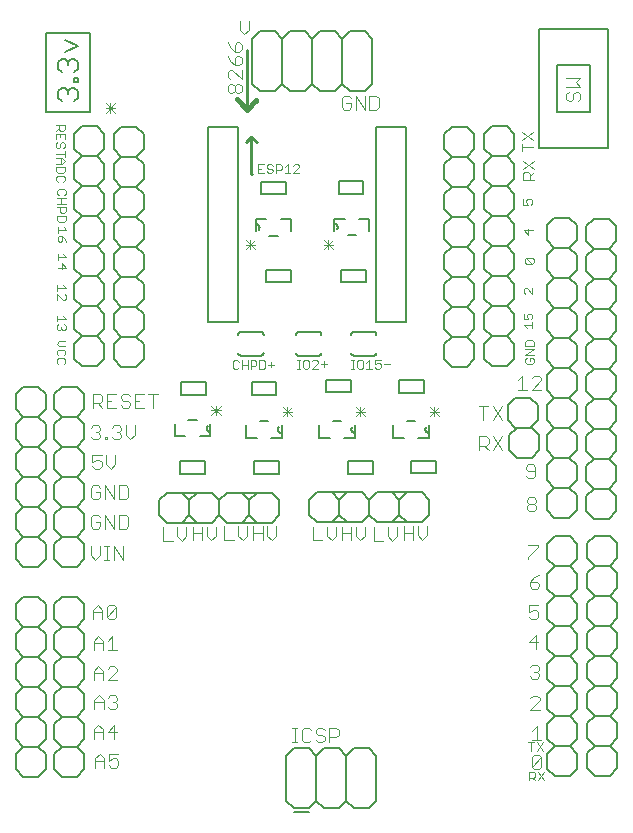
<source format=gto>
G75*
%MOIN*%
%OFA0B0*%
%FSLAX25Y25*%
%IPPOS*%
%LPD*%
%AMOC8*
5,1,8,0,0,1.08239X$1,22.5*
%
%ADD10C,0.00600*%
%ADD11C,0.01000*%
%ADD12C,0.01600*%
%ADD13C,0.00400*%
%ADD14C,0.00300*%
%ADD15C,0.00591*%
%ADD16C,0.00500*%
%ADD17C,0.00800*%
D10*
X0081170Y0026724D02*
X0083670Y0024224D01*
X0088670Y0024224D01*
X0091170Y0026724D01*
X0091170Y0031724D01*
X0088670Y0034224D01*
X0091170Y0036724D01*
X0091170Y0041724D01*
X0088670Y0044224D01*
X0083670Y0044224D01*
X0081170Y0041724D01*
X0081170Y0036724D01*
X0083670Y0034224D01*
X0088670Y0034224D01*
X0093965Y0031724D02*
X0096465Y0034224D01*
X0093965Y0036724D01*
X0093965Y0041724D01*
X0096465Y0044224D01*
X0101465Y0044224D01*
X0103965Y0041724D01*
X0103965Y0036724D01*
X0101465Y0034224D01*
X0103965Y0031724D01*
X0103965Y0026724D01*
X0101465Y0024224D01*
X0096465Y0024224D01*
X0093965Y0026724D01*
X0093965Y0031724D01*
X0096465Y0034224D02*
X0101465Y0034224D01*
X0101465Y0044224D02*
X0103965Y0046724D01*
X0103965Y0051724D01*
X0101465Y0054224D01*
X0103965Y0056724D01*
X0103965Y0061724D01*
X0101465Y0064224D01*
X0103965Y0066724D01*
X0103965Y0071724D01*
X0101465Y0074224D01*
X0103965Y0076724D01*
X0103965Y0081724D01*
X0101465Y0084224D01*
X0096465Y0084224D01*
X0093965Y0081724D01*
X0093965Y0076724D01*
X0096465Y0074224D01*
X0101465Y0074224D01*
X0096465Y0074224D02*
X0093965Y0071724D01*
X0093965Y0066724D01*
X0096465Y0064224D01*
X0101465Y0064224D01*
X0096465Y0064224D02*
X0093965Y0061724D01*
X0093965Y0056724D01*
X0096465Y0054224D01*
X0101465Y0054224D01*
X0096465Y0054224D02*
X0093965Y0051724D01*
X0093965Y0046724D01*
X0096465Y0044224D01*
X0091170Y0046724D02*
X0088670Y0044224D01*
X0091170Y0046724D02*
X0091170Y0051724D01*
X0088670Y0054224D01*
X0091170Y0056724D01*
X0091170Y0061724D01*
X0088670Y0064224D01*
X0091170Y0066724D01*
X0091170Y0071724D01*
X0088670Y0074224D01*
X0091170Y0076724D01*
X0091170Y0081724D01*
X0088670Y0084224D01*
X0083670Y0084224D01*
X0081170Y0081724D01*
X0081170Y0076724D01*
X0083670Y0074224D01*
X0088670Y0074224D01*
X0083670Y0074224D02*
X0081170Y0071724D01*
X0081170Y0066724D01*
X0083670Y0064224D01*
X0088670Y0064224D01*
X0083670Y0064224D02*
X0081170Y0061724D01*
X0081170Y0056724D01*
X0083670Y0054224D01*
X0088670Y0054224D01*
X0083670Y0054224D02*
X0081170Y0051724D01*
X0081170Y0046724D01*
X0083670Y0044224D01*
X0083670Y0034224D02*
X0081170Y0031724D01*
X0081170Y0026724D01*
X0083670Y0094224D02*
X0081170Y0096724D01*
X0081170Y0101724D01*
X0083670Y0104224D01*
X0081170Y0106724D01*
X0081170Y0111724D01*
X0083670Y0114224D01*
X0081170Y0116724D01*
X0081170Y0121724D01*
X0083670Y0124224D01*
X0081170Y0126724D01*
X0081170Y0131724D01*
X0083670Y0134224D01*
X0081170Y0136724D01*
X0081170Y0141724D01*
X0083670Y0144224D01*
X0081170Y0146724D01*
X0081170Y0151724D01*
X0083670Y0154224D01*
X0088670Y0154224D01*
X0091170Y0151724D01*
X0091170Y0146724D01*
X0088670Y0144224D01*
X0091170Y0141724D01*
X0091170Y0136724D01*
X0088670Y0134224D01*
X0083670Y0134224D01*
X0088670Y0134224D02*
X0091170Y0131724D01*
X0091170Y0126724D01*
X0088670Y0124224D01*
X0091170Y0121724D01*
X0091170Y0116724D01*
X0088670Y0114224D01*
X0091170Y0111724D01*
X0091170Y0106724D01*
X0088670Y0104224D01*
X0091170Y0101724D01*
X0091170Y0096724D01*
X0088670Y0094224D01*
X0083670Y0094224D01*
X0093965Y0096724D02*
X0093965Y0101724D01*
X0096465Y0104224D01*
X0093965Y0106724D01*
X0093965Y0111724D01*
X0096465Y0114224D01*
X0093965Y0116724D01*
X0093965Y0121724D01*
X0096465Y0124224D01*
X0093965Y0126724D01*
X0093965Y0131724D01*
X0096465Y0134224D01*
X0093965Y0136724D01*
X0093965Y0141724D01*
X0096465Y0144224D01*
X0093965Y0146724D01*
X0093965Y0151724D01*
X0096465Y0154224D01*
X0101465Y0154224D01*
X0103965Y0151724D01*
X0103965Y0146724D01*
X0101465Y0144224D01*
X0103965Y0141724D01*
X0103965Y0136724D01*
X0101465Y0134224D01*
X0096465Y0134224D01*
X0101465Y0134224D02*
X0103965Y0131724D01*
X0103965Y0126724D01*
X0101465Y0124224D01*
X0103965Y0121724D01*
X0103965Y0116724D01*
X0101465Y0114224D01*
X0103965Y0111724D01*
X0103965Y0106724D01*
X0101465Y0104224D01*
X0103965Y0101724D01*
X0103965Y0096724D01*
X0101465Y0094224D01*
X0096465Y0094224D01*
X0093965Y0096724D01*
X0096465Y0104224D02*
X0101465Y0104224D01*
X0101465Y0114224D02*
X0096465Y0114224D01*
X0088670Y0114224D02*
X0083670Y0114224D01*
X0083670Y0104224D02*
X0088670Y0104224D01*
X0088670Y0124224D02*
X0083670Y0124224D01*
X0096465Y0124224D02*
X0101465Y0124224D01*
X0101465Y0144224D02*
X0096465Y0144224D01*
X0088670Y0144224D02*
X0083670Y0144224D01*
X0100544Y0163567D02*
X0100544Y0168567D01*
X0103044Y0171067D01*
X0100544Y0173567D01*
X0100544Y0178567D01*
X0103044Y0181067D01*
X0100544Y0183567D01*
X0100544Y0188567D01*
X0103044Y0191067D01*
X0100544Y0193567D01*
X0100544Y0198567D01*
X0103044Y0201067D01*
X0100544Y0203567D01*
X0100544Y0208567D01*
X0103044Y0211067D01*
X0100544Y0213567D01*
X0100544Y0218567D01*
X0103044Y0221067D01*
X0100544Y0223567D01*
X0100544Y0228567D01*
X0103044Y0231067D01*
X0100544Y0233567D01*
X0100544Y0238567D01*
X0103044Y0241067D01*
X0108044Y0241067D01*
X0110544Y0238567D01*
X0110544Y0233567D01*
X0108044Y0231067D01*
X0110544Y0228567D01*
X0110544Y0223567D01*
X0108044Y0221067D01*
X0103044Y0221067D01*
X0108044Y0221067D02*
X0110544Y0218567D01*
X0110544Y0213567D01*
X0108044Y0211067D01*
X0110544Y0208567D01*
X0110544Y0203567D01*
X0108044Y0201067D01*
X0110544Y0198567D01*
X0110544Y0193567D01*
X0108044Y0191067D01*
X0103044Y0191067D01*
X0108044Y0191067D02*
X0110544Y0188567D01*
X0110544Y0183567D01*
X0108044Y0181067D01*
X0110544Y0178567D01*
X0110544Y0173567D01*
X0108044Y0171067D01*
X0110544Y0168567D01*
X0110544Y0163567D01*
X0108044Y0161067D01*
X0103044Y0161067D01*
X0100544Y0163567D01*
X0103044Y0171067D02*
X0108044Y0171067D01*
X0113690Y0173457D02*
X0113690Y0178457D01*
X0116190Y0180957D01*
X0113690Y0183457D01*
X0113690Y0188457D01*
X0116190Y0190957D01*
X0113690Y0193457D01*
X0113690Y0198457D01*
X0116190Y0200957D01*
X0113690Y0203457D01*
X0113690Y0208457D01*
X0116190Y0210957D01*
X0113690Y0213457D01*
X0113690Y0218457D01*
X0116190Y0220957D01*
X0113690Y0223457D01*
X0113690Y0228457D01*
X0116190Y0230957D01*
X0113690Y0233457D01*
X0113690Y0238457D01*
X0116190Y0240957D01*
X0121190Y0240957D01*
X0123690Y0238457D01*
X0123690Y0233457D01*
X0121190Y0230957D01*
X0123690Y0228457D01*
X0123690Y0223457D01*
X0121190Y0220957D01*
X0116190Y0220957D01*
X0121190Y0220957D02*
X0123690Y0218457D01*
X0123690Y0213457D01*
X0121190Y0210957D01*
X0123690Y0208457D01*
X0123690Y0203457D01*
X0121190Y0200957D01*
X0123690Y0198457D01*
X0123690Y0193457D01*
X0121190Y0190957D01*
X0116190Y0190957D01*
X0121190Y0190957D02*
X0123690Y0188457D01*
X0123690Y0183457D01*
X0121190Y0180957D01*
X0123690Y0178457D01*
X0123690Y0173457D01*
X0121190Y0170957D01*
X0123690Y0168457D01*
X0123690Y0163457D01*
X0121190Y0160957D01*
X0116190Y0160957D01*
X0113690Y0163457D01*
X0113690Y0168457D01*
X0116190Y0170957D01*
X0113690Y0173457D01*
X0116190Y0170957D02*
X0121190Y0170957D01*
X0121190Y0180957D02*
X0116190Y0180957D01*
X0108044Y0181067D02*
X0103044Y0181067D01*
X0103044Y0201067D02*
X0108044Y0201067D01*
X0116190Y0200957D02*
X0121190Y0200957D01*
X0121190Y0210957D02*
X0116190Y0210957D01*
X0108044Y0211067D02*
X0103044Y0211067D01*
X0103044Y0231067D02*
X0108044Y0231067D01*
X0116190Y0230957D02*
X0121190Y0230957D01*
X0105870Y0245888D02*
X0105870Y0272288D01*
X0091270Y0272288D01*
X0091270Y0245888D01*
X0105870Y0245888D01*
X0101692Y0250637D02*
X0100624Y0249570D01*
X0101692Y0250637D02*
X0101692Y0252772D01*
X0100624Y0253840D01*
X0099557Y0253840D01*
X0098489Y0252772D01*
X0098489Y0251705D01*
X0098489Y0252772D02*
X0097421Y0253840D01*
X0096354Y0253840D01*
X0095286Y0252772D01*
X0095286Y0250637D01*
X0096354Y0249570D01*
X0100624Y0256015D02*
X0100624Y0257083D01*
X0101692Y0257083D01*
X0101692Y0256015D01*
X0100624Y0256015D01*
X0100624Y0259238D02*
X0101692Y0260305D01*
X0101692Y0262441D01*
X0100624Y0263508D01*
X0099557Y0263508D01*
X0098489Y0262441D01*
X0098489Y0261373D01*
X0098489Y0262441D02*
X0097421Y0263508D01*
X0096354Y0263508D01*
X0095286Y0262441D01*
X0095286Y0260305D01*
X0096354Y0259238D01*
X0097421Y0265683D02*
X0101692Y0267819D01*
X0097421Y0269954D01*
X0159928Y0270256D02*
X0159928Y0255256D01*
X0162428Y0252756D01*
X0167428Y0252756D01*
X0169928Y0255256D01*
X0169928Y0270256D01*
X0172428Y0272756D01*
X0177428Y0272756D01*
X0179928Y0270256D01*
X0179928Y0255256D01*
X0182428Y0252756D01*
X0187428Y0252756D01*
X0189928Y0255256D01*
X0192428Y0252756D01*
X0197428Y0252756D01*
X0199928Y0255256D01*
X0199928Y0270256D01*
X0197428Y0272756D01*
X0192428Y0272756D01*
X0189928Y0270256D01*
X0189928Y0255256D01*
X0179928Y0255256D02*
X0177428Y0252756D01*
X0172428Y0252756D01*
X0169928Y0255256D01*
X0169928Y0270256D02*
X0167428Y0272756D01*
X0162428Y0272756D01*
X0159928Y0270256D01*
X0179928Y0270256D02*
X0182428Y0272756D01*
X0187428Y0272756D01*
X0189928Y0270256D01*
X0223926Y0238457D02*
X0223926Y0233457D01*
X0226426Y0230957D01*
X0223926Y0228457D01*
X0223926Y0223457D01*
X0226426Y0220957D01*
X0231426Y0220957D01*
X0233926Y0223457D01*
X0233926Y0228457D01*
X0231426Y0230957D01*
X0226426Y0230957D01*
X0231426Y0230957D02*
X0233926Y0233457D01*
X0233926Y0238457D01*
X0231426Y0240957D01*
X0226426Y0240957D01*
X0223926Y0238457D01*
X0237179Y0238581D02*
X0237179Y0233581D01*
X0239679Y0231081D01*
X0237179Y0228581D01*
X0237179Y0223581D01*
X0239679Y0221081D01*
X0244679Y0221081D01*
X0247179Y0223581D01*
X0247179Y0228581D01*
X0244679Y0231081D01*
X0239679Y0231081D01*
X0244679Y0231081D02*
X0247179Y0233581D01*
X0247179Y0238581D01*
X0244679Y0241081D01*
X0239679Y0241081D01*
X0237179Y0238581D01*
X0239679Y0221081D02*
X0237179Y0218581D01*
X0237179Y0213581D01*
X0239679Y0211081D01*
X0237179Y0208581D01*
X0237179Y0203581D01*
X0239679Y0201081D01*
X0237179Y0198581D01*
X0237179Y0193581D01*
X0239679Y0191081D01*
X0244679Y0191081D01*
X0247179Y0193581D01*
X0247179Y0198581D01*
X0244679Y0201081D01*
X0239679Y0201081D01*
X0244679Y0201081D02*
X0247179Y0203581D01*
X0247179Y0208581D01*
X0244679Y0211081D01*
X0239679Y0211081D01*
X0244679Y0211081D02*
X0247179Y0213581D01*
X0247179Y0218581D01*
X0244679Y0221081D01*
X0233926Y0218457D02*
X0233926Y0213457D01*
X0231426Y0210957D01*
X0233926Y0208457D01*
X0233926Y0203457D01*
X0231426Y0200957D01*
X0233926Y0198457D01*
X0233926Y0193457D01*
X0231426Y0190957D01*
X0226426Y0190957D01*
X0223926Y0193457D01*
X0223926Y0198457D01*
X0226426Y0200957D01*
X0223926Y0203457D01*
X0223926Y0208457D01*
X0226426Y0210957D01*
X0223926Y0213457D01*
X0223926Y0218457D01*
X0226426Y0220957D01*
X0231426Y0220957D02*
X0233926Y0218457D01*
X0231426Y0210957D02*
X0226426Y0210957D01*
X0226426Y0200957D02*
X0231426Y0200957D01*
X0231426Y0190957D02*
X0233926Y0188457D01*
X0233926Y0183457D01*
X0231426Y0180957D01*
X0233926Y0178457D01*
X0233926Y0173457D01*
X0231426Y0170957D01*
X0233926Y0168457D01*
X0233926Y0163457D01*
X0231426Y0160957D01*
X0226426Y0160957D01*
X0223926Y0163457D01*
X0223926Y0168457D01*
X0226426Y0170957D01*
X0223926Y0173457D01*
X0223926Y0178457D01*
X0226426Y0180957D01*
X0223926Y0183457D01*
X0223926Y0188457D01*
X0226426Y0190957D01*
X0226426Y0180957D02*
X0231426Y0180957D01*
X0237179Y0178581D02*
X0237179Y0173581D01*
X0239679Y0171081D01*
X0237179Y0168581D01*
X0237179Y0163581D01*
X0239679Y0161081D01*
X0244679Y0161081D01*
X0247179Y0163581D01*
X0247179Y0168581D01*
X0244679Y0171081D01*
X0239679Y0171081D01*
X0244679Y0171081D02*
X0247179Y0173581D01*
X0247179Y0178581D01*
X0244679Y0181081D01*
X0239679Y0181081D01*
X0237179Y0178581D01*
X0239679Y0181081D02*
X0237179Y0183581D01*
X0237179Y0188581D01*
X0239679Y0191081D01*
X0244679Y0191081D02*
X0247179Y0188581D01*
X0247179Y0183581D01*
X0244679Y0181081D01*
X0258039Y0183148D02*
X0258039Y0188148D01*
X0260539Y0190648D01*
X0258039Y0193148D01*
X0258039Y0198148D01*
X0260539Y0200648D01*
X0258039Y0203148D01*
X0258039Y0208148D01*
X0260539Y0210648D01*
X0265539Y0210648D01*
X0268039Y0208148D01*
X0268039Y0203148D01*
X0265539Y0200648D01*
X0268039Y0198148D01*
X0268039Y0193148D01*
X0265539Y0190648D01*
X0260539Y0190648D01*
X0265539Y0190648D02*
X0268039Y0188148D01*
X0268039Y0183148D01*
X0265539Y0180648D01*
X0268039Y0178148D01*
X0268039Y0173148D01*
X0265539Y0170648D01*
X0268039Y0168148D01*
X0268039Y0163148D01*
X0265539Y0160648D01*
X0260539Y0160648D01*
X0258039Y0163148D01*
X0258039Y0168148D01*
X0260539Y0170648D01*
X0258039Y0173148D01*
X0258039Y0178148D01*
X0260539Y0180648D01*
X0258039Y0183148D01*
X0260539Y0180648D02*
X0265539Y0180648D01*
X0271255Y0182814D02*
X0271255Y0187814D01*
X0273755Y0190314D01*
X0271255Y0192814D01*
X0271255Y0197814D01*
X0273755Y0200314D01*
X0271255Y0202814D01*
X0271255Y0207814D01*
X0273755Y0210314D01*
X0278755Y0210314D01*
X0281255Y0207814D01*
X0281255Y0202814D01*
X0278755Y0200314D01*
X0281255Y0197814D01*
X0281255Y0192814D01*
X0278755Y0190314D01*
X0273755Y0190314D01*
X0278755Y0190314D02*
X0281255Y0187814D01*
X0281255Y0182814D01*
X0278755Y0180314D01*
X0281255Y0177814D01*
X0281255Y0172814D01*
X0278755Y0170314D01*
X0281255Y0167814D01*
X0281255Y0162814D01*
X0278755Y0160314D01*
X0273755Y0160314D01*
X0271255Y0162814D01*
X0271255Y0167814D01*
X0273755Y0170314D01*
X0271255Y0172814D01*
X0271255Y0177814D01*
X0273755Y0180314D01*
X0271255Y0182814D01*
X0273755Y0180314D02*
X0278755Y0180314D01*
X0278755Y0170314D02*
X0273755Y0170314D01*
X0265539Y0170648D02*
X0260539Y0170648D01*
X0260539Y0160648D02*
X0258039Y0158148D01*
X0258039Y0153148D01*
X0260539Y0150648D01*
X0258039Y0148148D01*
X0258039Y0143148D01*
X0260539Y0140648D01*
X0258039Y0138148D01*
X0258039Y0133148D01*
X0260539Y0130648D01*
X0265539Y0130648D01*
X0268039Y0133148D01*
X0268039Y0138148D01*
X0265539Y0140648D01*
X0260539Y0140648D01*
X0265539Y0140648D02*
X0268039Y0143148D01*
X0268039Y0148148D01*
X0265539Y0150648D01*
X0260539Y0150648D01*
X0265539Y0150648D02*
X0268039Y0153148D01*
X0268039Y0158148D01*
X0265539Y0160648D01*
X0271255Y0157814D02*
X0273755Y0160314D01*
X0271255Y0157814D02*
X0271255Y0152814D01*
X0273755Y0150314D01*
X0271255Y0147814D01*
X0271255Y0142814D01*
X0273755Y0140314D01*
X0271255Y0137814D01*
X0271255Y0132814D01*
X0273755Y0130314D01*
X0278755Y0130314D01*
X0281255Y0132814D01*
X0281255Y0137814D01*
X0278755Y0140314D01*
X0273755Y0140314D01*
X0278755Y0140314D02*
X0281255Y0142814D01*
X0281255Y0147814D01*
X0278755Y0150314D01*
X0273755Y0150314D01*
X0278755Y0150314D02*
X0281255Y0152814D01*
X0281255Y0157814D01*
X0278755Y0160314D01*
X0255151Y0148147D02*
X0255151Y0143147D01*
X0252651Y0140647D01*
X0247651Y0140647D01*
X0245151Y0143147D01*
X0245151Y0148147D01*
X0247651Y0150647D01*
X0252651Y0150647D01*
X0255151Y0148147D01*
X0253022Y0140544D02*
X0248022Y0140544D01*
X0245522Y0138044D01*
X0245522Y0133044D01*
X0248022Y0130544D01*
X0253022Y0130544D01*
X0255522Y0133044D01*
X0255522Y0138044D01*
X0253022Y0140544D01*
X0260539Y0130648D02*
X0258039Y0128148D01*
X0258039Y0123148D01*
X0260539Y0120648D01*
X0258039Y0118148D01*
X0258039Y0113148D01*
X0260539Y0110648D01*
X0265539Y0110648D01*
X0268039Y0113148D01*
X0268039Y0118148D01*
X0265539Y0120648D01*
X0260539Y0120648D01*
X0265539Y0120648D02*
X0268039Y0123148D01*
X0268039Y0128148D01*
X0265539Y0130648D01*
X0271255Y0127814D02*
X0273755Y0130314D01*
X0271255Y0127814D02*
X0271255Y0122814D01*
X0273755Y0120314D01*
X0271255Y0117814D01*
X0271255Y0112814D01*
X0273755Y0110314D01*
X0278755Y0110314D01*
X0281255Y0112814D01*
X0281255Y0117814D01*
X0278755Y0120314D01*
X0273755Y0120314D01*
X0278755Y0120314D02*
X0281255Y0122814D01*
X0281255Y0127814D01*
X0278755Y0130314D01*
X0279089Y0104566D02*
X0274089Y0104566D01*
X0271589Y0102066D01*
X0271589Y0097066D01*
X0274089Y0094566D01*
X0271589Y0092066D01*
X0271589Y0087066D01*
X0274089Y0084566D01*
X0279089Y0084566D01*
X0281589Y0087066D01*
X0281589Y0092066D01*
X0279089Y0094566D01*
X0274089Y0094566D01*
X0279089Y0094566D02*
X0281589Y0097066D01*
X0281589Y0102066D01*
X0279089Y0104566D01*
X0268206Y0101899D02*
X0268206Y0096899D01*
X0265706Y0094399D01*
X0268206Y0091899D01*
X0268206Y0086899D01*
X0265706Y0084399D01*
X0260706Y0084399D01*
X0258206Y0086899D01*
X0258206Y0091899D01*
X0260706Y0094399D01*
X0258206Y0096899D01*
X0258206Y0101899D01*
X0260706Y0104399D01*
X0265706Y0104399D01*
X0268206Y0101899D01*
X0265706Y0094399D02*
X0260706Y0094399D01*
X0260706Y0084399D02*
X0258206Y0081899D01*
X0258206Y0076899D01*
X0260706Y0074399D01*
X0258206Y0071899D01*
X0258206Y0066899D01*
X0260706Y0064399D01*
X0258206Y0061899D01*
X0258206Y0056899D01*
X0260706Y0054399D01*
X0265706Y0054399D01*
X0268206Y0056899D01*
X0268206Y0061899D01*
X0265706Y0064399D01*
X0260706Y0064399D01*
X0265706Y0064399D02*
X0268206Y0066899D01*
X0268206Y0071899D01*
X0265706Y0074399D01*
X0260706Y0074399D01*
X0265706Y0074399D02*
X0268206Y0076899D01*
X0268206Y0081899D01*
X0265706Y0084399D01*
X0271589Y0082066D02*
X0274089Y0084566D01*
X0271589Y0082066D02*
X0271589Y0077066D01*
X0274089Y0074566D01*
X0271589Y0072066D01*
X0271589Y0067066D01*
X0274089Y0064566D01*
X0271589Y0062066D01*
X0271589Y0057066D01*
X0274089Y0054566D01*
X0279089Y0054566D01*
X0281589Y0057066D01*
X0281589Y0062066D01*
X0279089Y0064566D01*
X0274089Y0064566D01*
X0279089Y0064566D02*
X0281589Y0067066D01*
X0281589Y0072066D01*
X0279089Y0074566D01*
X0274089Y0074566D01*
X0279089Y0074566D02*
X0281589Y0077066D01*
X0281589Y0082066D01*
X0279089Y0084566D01*
X0279089Y0054566D02*
X0281589Y0052066D01*
X0281589Y0047066D01*
X0279089Y0044566D01*
X0281589Y0042066D01*
X0281589Y0037066D01*
X0279089Y0034566D01*
X0281589Y0032066D01*
X0281589Y0027066D01*
X0279089Y0024566D01*
X0274089Y0024566D01*
X0271589Y0027066D01*
X0271589Y0032066D01*
X0274089Y0034566D01*
X0271589Y0037066D01*
X0271589Y0042066D01*
X0274089Y0044566D01*
X0271589Y0047066D01*
X0271589Y0052066D01*
X0274089Y0054566D01*
X0268206Y0051899D02*
X0268206Y0046899D01*
X0265706Y0044399D01*
X0268206Y0041899D01*
X0268206Y0036899D01*
X0265706Y0034399D01*
X0268206Y0031899D01*
X0268206Y0026899D01*
X0265706Y0024399D01*
X0260706Y0024399D01*
X0258206Y0026899D01*
X0258206Y0031899D01*
X0260706Y0034399D01*
X0258206Y0036899D01*
X0258206Y0041899D01*
X0260706Y0044399D01*
X0258206Y0046899D01*
X0258206Y0051899D01*
X0260706Y0054399D01*
X0265706Y0054399D02*
X0268206Y0051899D01*
X0265706Y0044399D02*
X0260706Y0044399D01*
X0260706Y0034399D02*
X0265706Y0034399D01*
X0274089Y0034566D02*
X0279089Y0034566D01*
X0279089Y0044566D02*
X0274089Y0044566D01*
X0216426Y0109161D02*
X0211426Y0109161D01*
X0208926Y0111661D01*
X0208926Y0116661D01*
X0211426Y0119161D01*
X0216426Y0119161D01*
X0218926Y0116661D01*
X0218926Y0111661D01*
X0216426Y0109161D01*
X0208926Y0111644D02*
X0208926Y0116644D01*
X0206426Y0119144D01*
X0201426Y0119144D01*
X0198926Y0116644D01*
X0198926Y0111644D01*
X0201426Y0109144D01*
X0206426Y0109144D01*
X0208926Y0111644D01*
X0198926Y0111651D02*
X0196426Y0109151D01*
X0191426Y0109151D01*
X0188926Y0111651D01*
X0188926Y0116651D01*
X0191426Y0119151D01*
X0196426Y0119151D01*
X0198926Y0116651D01*
X0198926Y0111651D01*
X0188926Y0111653D02*
X0186426Y0109153D01*
X0181426Y0109153D01*
X0178926Y0111653D01*
X0178926Y0116653D01*
X0181426Y0119153D01*
X0186426Y0119153D01*
X0188926Y0116653D01*
X0188926Y0111653D01*
X0168926Y0111449D02*
X0166426Y0108949D01*
X0161426Y0108949D01*
X0158926Y0111449D01*
X0156426Y0108949D01*
X0151426Y0108949D01*
X0148926Y0111449D01*
X0148926Y0116449D01*
X0151426Y0118949D01*
X0156426Y0118949D01*
X0158926Y0116449D01*
X0158926Y0111449D01*
X0158926Y0116449D01*
X0161426Y0118949D01*
X0166426Y0118949D01*
X0168926Y0116449D01*
X0168926Y0111449D01*
X0148926Y0111449D02*
X0146426Y0108949D01*
X0141426Y0108949D01*
X0138926Y0111449D01*
X0136426Y0108949D01*
X0131426Y0108949D01*
X0128926Y0111449D01*
X0128926Y0116449D01*
X0131426Y0118949D01*
X0136426Y0118949D01*
X0138926Y0116449D01*
X0138926Y0111449D01*
X0138926Y0116449D01*
X0141426Y0118949D01*
X0146426Y0118949D01*
X0148926Y0116449D01*
X0148926Y0111449D01*
X0145935Y0137708D02*
X0142435Y0137708D01*
X0145935Y0137708D02*
X0145935Y0139308D01*
X0145935Y0141908D01*
X0145035Y0141308D02*
X0144993Y0141255D01*
X0144954Y0141199D01*
X0144918Y0141141D01*
X0144886Y0141081D01*
X0144857Y0141020D01*
X0144831Y0140957D01*
X0144809Y0140892D01*
X0144790Y0140827D01*
X0144775Y0140760D01*
X0144764Y0140693D01*
X0144757Y0140625D01*
X0144753Y0140557D01*
X0144754Y0140489D01*
X0144758Y0140421D01*
X0144766Y0140353D01*
X0144777Y0140286D01*
X0144793Y0140220D01*
X0144812Y0140154D01*
X0144834Y0140090D01*
X0144860Y0140027D01*
X0144890Y0139966D01*
X0144923Y0139906D01*
X0144960Y0139849D01*
X0144999Y0139793D01*
X0145042Y0139740D01*
X0145087Y0139689D01*
X0145135Y0139641D01*
X0145186Y0139596D01*
X0145239Y0139553D01*
X0145295Y0139514D01*
X0145352Y0139478D01*
X0145412Y0139445D01*
X0145473Y0139415D01*
X0145536Y0139389D01*
X0145601Y0139366D01*
X0145666Y0139347D01*
X0145732Y0139332D01*
X0145800Y0139320D01*
X0145867Y0139313D01*
X0145935Y0139309D01*
X0141435Y0143308D02*
X0138635Y0143308D01*
X0134135Y0141908D02*
X0134135Y0137708D01*
X0137635Y0137708D01*
X0157916Y0137313D02*
X0161416Y0137313D01*
X0157916Y0137313D02*
X0157916Y0141513D01*
X0162416Y0142913D02*
X0165216Y0142913D01*
X0169716Y0141513D02*
X0169716Y0138913D01*
X0169716Y0137313D01*
X0166216Y0137313D01*
X0169716Y0138913D02*
X0169648Y0138917D01*
X0169581Y0138924D01*
X0169513Y0138936D01*
X0169447Y0138951D01*
X0169382Y0138970D01*
X0169317Y0138993D01*
X0169254Y0139019D01*
X0169193Y0139049D01*
X0169133Y0139082D01*
X0169076Y0139118D01*
X0169020Y0139157D01*
X0168967Y0139200D01*
X0168916Y0139245D01*
X0168868Y0139293D01*
X0168823Y0139344D01*
X0168780Y0139397D01*
X0168741Y0139453D01*
X0168704Y0139510D01*
X0168671Y0139570D01*
X0168641Y0139631D01*
X0168615Y0139694D01*
X0168593Y0139758D01*
X0168574Y0139824D01*
X0168558Y0139890D01*
X0168547Y0139957D01*
X0168539Y0140025D01*
X0168535Y0140093D01*
X0168534Y0140161D01*
X0168538Y0140229D01*
X0168545Y0140297D01*
X0168556Y0140364D01*
X0168571Y0140431D01*
X0168590Y0140496D01*
X0168612Y0140561D01*
X0168638Y0140624D01*
X0168667Y0140685D01*
X0168699Y0140745D01*
X0168735Y0140803D01*
X0168774Y0140859D01*
X0168816Y0140912D01*
X0182293Y0141513D02*
X0182293Y0137313D01*
X0185793Y0137313D01*
X0190593Y0137313D02*
X0194093Y0137313D01*
X0194093Y0138913D01*
X0194093Y0141513D01*
X0193193Y0140913D02*
X0193151Y0140860D01*
X0193112Y0140804D01*
X0193076Y0140746D01*
X0193044Y0140686D01*
X0193015Y0140625D01*
X0192989Y0140562D01*
X0192967Y0140497D01*
X0192948Y0140432D01*
X0192933Y0140365D01*
X0192922Y0140298D01*
X0192915Y0140230D01*
X0192911Y0140162D01*
X0192912Y0140094D01*
X0192916Y0140026D01*
X0192924Y0139958D01*
X0192935Y0139891D01*
X0192951Y0139825D01*
X0192970Y0139759D01*
X0192992Y0139695D01*
X0193018Y0139632D01*
X0193048Y0139571D01*
X0193081Y0139511D01*
X0193118Y0139454D01*
X0193157Y0139398D01*
X0193200Y0139345D01*
X0193245Y0139294D01*
X0193293Y0139246D01*
X0193344Y0139201D01*
X0193397Y0139158D01*
X0193453Y0139119D01*
X0193510Y0139083D01*
X0193570Y0139050D01*
X0193631Y0139020D01*
X0193694Y0138994D01*
X0193759Y0138971D01*
X0193824Y0138952D01*
X0193890Y0138937D01*
X0193958Y0138925D01*
X0194025Y0138918D01*
X0194093Y0138914D01*
X0189593Y0142913D02*
X0186793Y0142913D01*
X0206956Y0141514D02*
X0206956Y0137314D01*
X0210456Y0137314D01*
X0211456Y0142914D02*
X0214256Y0142914D01*
X0215256Y0137314D02*
X0218756Y0137314D01*
X0218756Y0138914D01*
X0218756Y0141514D01*
X0217856Y0140913D02*
X0217814Y0140860D01*
X0217775Y0140804D01*
X0217739Y0140746D01*
X0217707Y0140686D01*
X0217678Y0140625D01*
X0217652Y0140562D01*
X0217630Y0140497D01*
X0217611Y0140432D01*
X0217596Y0140365D01*
X0217585Y0140298D01*
X0217578Y0140230D01*
X0217574Y0140162D01*
X0217575Y0140094D01*
X0217579Y0140026D01*
X0217587Y0139958D01*
X0217598Y0139891D01*
X0217614Y0139825D01*
X0217633Y0139759D01*
X0217655Y0139695D01*
X0217681Y0139632D01*
X0217711Y0139571D01*
X0217744Y0139511D01*
X0217781Y0139454D01*
X0217820Y0139398D01*
X0217863Y0139345D01*
X0217908Y0139294D01*
X0217956Y0139246D01*
X0218007Y0139201D01*
X0218060Y0139158D01*
X0218116Y0139119D01*
X0218173Y0139083D01*
X0218233Y0139050D01*
X0218294Y0139020D01*
X0218357Y0138994D01*
X0218422Y0138971D01*
X0218487Y0138952D01*
X0218553Y0138937D01*
X0218621Y0138925D01*
X0218688Y0138918D01*
X0218756Y0138914D01*
X0226426Y0170957D02*
X0231426Y0170957D01*
X0260539Y0200648D02*
X0265539Y0200648D01*
X0273755Y0200314D02*
X0278755Y0200314D01*
X0198993Y0206116D02*
X0198993Y0210316D01*
X0195493Y0210316D01*
X0190693Y0210316D02*
X0187193Y0210316D01*
X0187193Y0208716D01*
X0187193Y0206116D01*
X0188094Y0206716D02*
X0188136Y0206769D01*
X0188175Y0206825D01*
X0188211Y0206883D01*
X0188243Y0206943D01*
X0188272Y0207004D01*
X0188298Y0207067D01*
X0188320Y0207132D01*
X0188339Y0207197D01*
X0188354Y0207264D01*
X0188365Y0207331D01*
X0188372Y0207399D01*
X0188376Y0207467D01*
X0188375Y0207535D01*
X0188371Y0207603D01*
X0188363Y0207671D01*
X0188352Y0207738D01*
X0188336Y0207804D01*
X0188317Y0207870D01*
X0188295Y0207934D01*
X0188269Y0207997D01*
X0188239Y0208058D01*
X0188206Y0208118D01*
X0188169Y0208175D01*
X0188130Y0208231D01*
X0188087Y0208284D01*
X0188042Y0208335D01*
X0187994Y0208383D01*
X0187943Y0208428D01*
X0187890Y0208471D01*
X0187834Y0208510D01*
X0187777Y0208546D01*
X0187717Y0208579D01*
X0187656Y0208609D01*
X0187593Y0208635D01*
X0187528Y0208658D01*
X0187463Y0208677D01*
X0187397Y0208692D01*
X0187329Y0208704D01*
X0187262Y0208711D01*
X0187194Y0208715D01*
X0191693Y0204716D02*
X0194493Y0204716D01*
X0172965Y0206079D02*
X0172965Y0210279D01*
X0169465Y0210279D01*
X0164665Y0210279D02*
X0161165Y0210279D01*
X0161165Y0208679D01*
X0161165Y0206079D01*
X0162066Y0206679D02*
X0162108Y0206732D01*
X0162147Y0206788D01*
X0162183Y0206846D01*
X0162215Y0206906D01*
X0162244Y0206967D01*
X0162270Y0207030D01*
X0162292Y0207095D01*
X0162311Y0207160D01*
X0162326Y0207227D01*
X0162337Y0207294D01*
X0162344Y0207362D01*
X0162348Y0207430D01*
X0162347Y0207498D01*
X0162343Y0207566D01*
X0162335Y0207634D01*
X0162324Y0207701D01*
X0162308Y0207767D01*
X0162289Y0207833D01*
X0162267Y0207897D01*
X0162241Y0207960D01*
X0162211Y0208021D01*
X0162178Y0208081D01*
X0162141Y0208138D01*
X0162102Y0208194D01*
X0162059Y0208247D01*
X0162014Y0208298D01*
X0161966Y0208346D01*
X0161915Y0208391D01*
X0161862Y0208434D01*
X0161806Y0208473D01*
X0161749Y0208509D01*
X0161689Y0208542D01*
X0161628Y0208572D01*
X0161565Y0208598D01*
X0161500Y0208621D01*
X0161435Y0208640D01*
X0161369Y0208655D01*
X0161301Y0208667D01*
X0161234Y0208674D01*
X0161166Y0208678D01*
X0165665Y0204679D02*
X0168465Y0204679D01*
D11*
X0159781Y0225144D02*
X0159665Y0225144D01*
X0159665Y0237482D01*
X0159431Y0237482D01*
X0157685Y0235736D01*
X0157686Y0235736D01*
X0159549Y0237599D01*
X0159666Y0237599D01*
X0161528Y0235736D01*
X0158148Y0246689D02*
X0158148Y0266661D01*
D12*
X0154678Y0250103D02*
X0158136Y0246644D01*
X0158177Y0246644D01*
X0161310Y0249777D01*
X0161310Y0249737D01*
X0161147Y0249574D01*
X0158148Y0246689D02*
X0158091Y0246689D01*
X0154677Y0250103D01*
X0154678Y0250103D01*
D13*
X0154848Y0252185D02*
X0154081Y0252952D01*
X0154081Y0254487D01*
X0154848Y0255254D01*
X0155616Y0255254D01*
X0156383Y0254487D01*
X0156383Y0252952D01*
X0155616Y0252185D01*
X0154848Y0252185D01*
X0154081Y0252952D02*
X0153314Y0252185D01*
X0152546Y0252185D01*
X0151779Y0252952D01*
X0151779Y0254487D01*
X0152546Y0255254D01*
X0153314Y0255254D01*
X0154081Y0254487D01*
X0152546Y0256789D02*
X0151779Y0257556D01*
X0151779Y0259091D01*
X0152546Y0259858D01*
X0153314Y0259858D01*
X0156383Y0256789D01*
X0156383Y0259858D01*
X0155616Y0261393D02*
X0156383Y0262160D01*
X0156383Y0263695D01*
X0155616Y0264462D01*
X0154848Y0264462D01*
X0154081Y0263695D01*
X0154081Y0261393D01*
X0155616Y0261393D01*
X0154081Y0261393D02*
X0152546Y0262928D01*
X0151779Y0264462D01*
X0154081Y0265997D02*
X0152546Y0267532D01*
X0151779Y0269066D01*
X0154081Y0268299D02*
X0154081Y0265997D01*
X0155616Y0265997D01*
X0156383Y0266764D01*
X0156383Y0268299D01*
X0155616Y0269066D01*
X0154848Y0269066D01*
X0154081Y0268299D01*
X0157296Y0271734D02*
X0155761Y0273269D01*
X0155761Y0276338D01*
X0158831Y0276338D02*
X0158831Y0273269D01*
X0157296Y0271734D01*
X0189765Y0250478D02*
X0189765Y0247409D01*
X0190533Y0246641D01*
X0192067Y0246641D01*
X0192835Y0247409D01*
X0192835Y0248943D01*
X0191300Y0248943D01*
X0192835Y0250478D02*
X0192067Y0251245D01*
X0190533Y0251245D01*
X0189765Y0250478D01*
X0194369Y0251245D02*
X0194369Y0246641D01*
X0197438Y0246641D02*
X0194369Y0251245D01*
X0197438Y0251245D02*
X0197438Y0246641D01*
X0198973Y0246641D02*
X0201275Y0246641D01*
X0202042Y0247409D01*
X0202042Y0250478D01*
X0201275Y0251245D01*
X0198973Y0251245D01*
X0198973Y0246641D01*
X0264673Y0250342D02*
X0265441Y0249575D01*
X0266208Y0249575D01*
X0266975Y0250342D01*
X0266975Y0251877D01*
X0267743Y0252644D01*
X0268510Y0252644D01*
X0269277Y0251877D01*
X0269277Y0250342D01*
X0268510Y0249575D01*
X0265441Y0252644D02*
X0264673Y0251877D01*
X0264673Y0250342D01*
X0264673Y0254179D02*
X0269277Y0254179D01*
X0267743Y0255714D01*
X0269277Y0257248D01*
X0264673Y0257248D01*
X0255372Y0157899D02*
X0253837Y0157899D01*
X0253070Y0157132D01*
X0255372Y0157899D02*
X0256139Y0157132D01*
X0256139Y0156365D01*
X0253070Y0153295D01*
X0256139Y0153295D01*
X0251535Y0153295D02*
X0248466Y0153295D01*
X0250001Y0153295D02*
X0250001Y0157899D01*
X0248466Y0156365D01*
X0243125Y0147727D02*
X0240055Y0143123D01*
X0236986Y0143123D02*
X0236986Y0147727D01*
X0235451Y0147727D02*
X0238521Y0147727D01*
X0240055Y0147727D02*
X0243125Y0143123D01*
X0243304Y0137696D02*
X0240235Y0133092D01*
X0238700Y0133092D02*
X0237166Y0134627D01*
X0237933Y0134627D02*
X0235631Y0134627D01*
X0235631Y0133092D02*
X0235631Y0137696D01*
X0237933Y0137696D01*
X0238700Y0136929D01*
X0238700Y0135394D01*
X0237933Y0134627D01*
X0240235Y0137696D02*
X0243304Y0133092D01*
X0251103Y0127659D02*
X0251103Y0126892D01*
X0251870Y0126125D01*
X0254172Y0126125D01*
X0254172Y0127659D02*
X0253405Y0128426D01*
X0251870Y0128426D01*
X0251103Y0127659D01*
X0254172Y0127659D02*
X0254172Y0124590D01*
X0253405Y0123823D01*
X0251870Y0123823D01*
X0251103Y0124590D01*
X0252336Y0117448D02*
X0253870Y0117448D01*
X0254638Y0116681D01*
X0254638Y0115914D01*
X0253870Y0115146D01*
X0252336Y0115146D01*
X0251568Y0115914D01*
X0251568Y0116681D01*
X0252336Y0117448D01*
X0252336Y0115146D02*
X0251568Y0114379D01*
X0251568Y0113612D01*
X0252336Y0112844D01*
X0253870Y0112844D01*
X0254638Y0113612D01*
X0254638Y0114379D01*
X0253870Y0115146D01*
X0255075Y0101472D02*
X0252006Y0101472D01*
X0255075Y0101472D02*
X0255075Y0100705D01*
X0252006Y0097635D01*
X0252006Y0096868D01*
X0255496Y0091593D02*
X0253961Y0090825D01*
X0252427Y0089291D01*
X0254729Y0089291D01*
X0255496Y0088523D01*
X0255496Y0087756D01*
X0254729Y0086989D01*
X0253194Y0086989D01*
X0252427Y0087756D01*
X0252427Y0089291D01*
X0252216Y0081503D02*
X0252216Y0079201D01*
X0253751Y0079968D01*
X0254518Y0079968D01*
X0255286Y0079201D01*
X0255286Y0077666D01*
X0254518Y0076899D01*
X0252984Y0076899D01*
X0252216Y0077666D01*
X0252216Y0081503D02*
X0255286Y0081503D01*
X0254518Y0071413D02*
X0252216Y0069111D01*
X0255286Y0069111D01*
X0254518Y0066809D02*
X0254518Y0071413D01*
X0254729Y0061534D02*
X0255496Y0060766D01*
X0255496Y0059999D01*
X0254729Y0059232D01*
X0255496Y0058464D01*
X0255496Y0057697D01*
X0254729Y0056930D01*
X0253194Y0056930D01*
X0252427Y0057697D01*
X0253961Y0059232D02*
X0254729Y0059232D01*
X0254729Y0061534D02*
X0253194Y0061534D01*
X0252427Y0060766D01*
X0253404Y0051234D02*
X0252637Y0050467D01*
X0253404Y0051234D02*
X0254939Y0051234D01*
X0255706Y0050467D01*
X0255706Y0049699D01*
X0252637Y0046630D01*
X0255706Y0046630D01*
X0254803Y0041144D02*
X0254803Y0036540D01*
X0256337Y0036540D02*
X0253268Y0036540D01*
X0253268Y0039610D02*
X0254803Y0041144D01*
X0255360Y0031475D02*
X0256127Y0030708D01*
X0253058Y0027638D01*
X0253825Y0026871D01*
X0255360Y0026871D01*
X0256127Y0027638D01*
X0256127Y0030708D01*
X0255360Y0031475D02*
X0253825Y0031475D01*
X0253058Y0030708D01*
X0253058Y0027638D01*
X0188684Y0038212D02*
X0187917Y0037444D01*
X0185615Y0037444D01*
X0185615Y0035910D02*
X0185615Y0040514D01*
X0187917Y0040514D01*
X0188684Y0039746D01*
X0188684Y0038212D01*
X0184080Y0037444D02*
X0184080Y0036677D01*
X0183313Y0035910D01*
X0181778Y0035910D01*
X0181011Y0036677D01*
X0179476Y0036677D02*
X0178709Y0035910D01*
X0177174Y0035910D01*
X0176407Y0036677D01*
X0176407Y0039746D01*
X0177174Y0040514D01*
X0178709Y0040514D01*
X0179476Y0039746D01*
X0181011Y0039746D02*
X0181778Y0040514D01*
X0183313Y0040514D01*
X0184080Y0039746D01*
X0183313Y0038212D02*
X0184080Y0037444D01*
X0183313Y0038212D02*
X0181778Y0038212D01*
X0181011Y0038979D01*
X0181011Y0039746D01*
X0174872Y0040514D02*
X0173338Y0040514D01*
X0174105Y0040514D02*
X0174105Y0035910D01*
X0173338Y0035910D02*
X0174872Y0035910D01*
X0115174Y0031895D02*
X0112105Y0031895D01*
X0112105Y0029593D01*
X0113639Y0030361D01*
X0114406Y0030361D01*
X0115174Y0029593D01*
X0115174Y0028059D01*
X0114406Y0027291D01*
X0112872Y0027291D01*
X0112105Y0028059D01*
X0110570Y0027291D02*
X0110570Y0030361D01*
X0109035Y0031895D01*
X0107501Y0030361D01*
X0107501Y0027291D01*
X0107501Y0029593D02*
X0110570Y0029593D01*
X0110149Y0036961D02*
X0110149Y0040030D01*
X0108615Y0041565D01*
X0107080Y0040030D01*
X0107080Y0036961D01*
X0107080Y0039263D02*
X0110149Y0039263D01*
X0111684Y0039263D02*
X0114753Y0039263D01*
X0113986Y0036961D02*
X0113986Y0041565D01*
X0111684Y0039263D01*
X0112661Y0046840D02*
X0111894Y0047607D01*
X0112661Y0046840D02*
X0114196Y0046840D01*
X0114963Y0047607D01*
X0114963Y0048375D01*
X0114196Y0049142D01*
X0113429Y0049142D01*
X0114196Y0049142D02*
X0114963Y0049909D01*
X0114963Y0050677D01*
X0114196Y0051444D01*
X0112661Y0051444D01*
X0111894Y0050677D01*
X0110360Y0049909D02*
X0110360Y0046840D01*
X0110360Y0049142D02*
X0107290Y0049142D01*
X0107290Y0049909D02*
X0108825Y0051444D01*
X0110360Y0049909D01*
X0107290Y0049909D02*
X0107290Y0046840D01*
X0107080Y0056509D02*
X0107080Y0059579D01*
X0108615Y0061113D01*
X0110149Y0059579D01*
X0110149Y0056509D01*
X0111684Y0056509D02*
X0114753Y0059579D01*
X0114753Y0060346D01*
X0113986Y0061113D01*
X0112451Y0061113D01*
X0111684Y0060346D01*
X0110149Y0058811D02*
X0107080Y0058811D01*
X0111684Y0056509D02*
X0114753Y0056509D01*
X0114753Y0066599D02*
X0111684Y0066599D01*
X0113218Y0066599D02*
X0113218Y0071203D01*
X0111684Y0069668D01*
X0110149Y0069668D02*
X0110149Y0066599D01*
X0110149Y0068901D02*
X0107080Y0068901D01*
X0107080Y0069668D02*
X0108615Y0071203D01*
X0110149Y0069668D01*
X0107080Y0069668D02*
X0107080Y0066599D01*
X0106870Y0076899D02*
X0106870Y0079968D01*
X0108404Y0081503D01*
X0109939Y0079968D01*
X0109939Y0076899D01*
X0111473Y0077666D02*
X0114543Y0080736D01*
X0114543Y0077666D01*
X0113775Y0076899D01*
X0112241Y0076899D01*
X0111473Y0077666D01*
X0111473Y0080736D01*
X0112241Y0081503D01*
X0113775Y0081503D01*
X0114543Y0080736D01*
X0109939Y0079201D02*
X0106870Y0079201D01*
X0107563Y0096658D02*
X0109097Y0098193D01*
X0109097Y0101262D01*
X0110632Y0101262D02*
X0112167Y0101262D01*
X0111399Y0101262D02*
X0111399Y0096658D01*
X0110632Y0096658D02*
X0112167Y0096658D01*
X0113701Y0096658D02*
X0113701Y0101262D01*
X0116771Y0096658D01*
X0116771Y0101262D01*
X0117748Y0106958D02*
X0115446Y0106958D01*
X0115446Y0111562D01*
X0117748Y0111562D01*
X0118516Y0110794D01*
X0118516Y0107725D01*
X0117748Y0106958D01*
X0113912Y0106958D02*
X0113912Y0111562D01*
X0110842Y0111562D02*
X0113912Y0106958D01*
X0110842Y0106958D02*
X0110842Y0111562D01*
X0109308Y0110794D02*
X0108540Y0111562D01*
X0107006Y0111562D01*
X0106239Y0110794D01*
X0106239Y0107725D01*
X0107006Y0106958D01*
X0108540Y0106958D01*
X0109308Y0107725D01*
X0109308Y0109260D01*
X0107773Y0109260D01*
X0107006Y0116837D02*
X0108540Y0116837D01*
X0109308Y0117605D01*
X0109308Y0119139D01*
X0107773Y0119139D01*
X0106239Y0117605D02*
X0107006Y0116837D01*
X0106239Y0117605D02*
X0106239Y0120674D01*
X0107006Y0121441D01*
X0108540Y0121441D01*
X0109308Y0120674D01*
X0110842Y0121441D02*
X0113912Y0116837D01*
X0113912Y0121441D01*
X0115446Y0121441D02*
X0117748Y0121441D01*
X0118516Y0120674D01*
X0118516Y0117605D01*
X0117748Y0116837D01*
X0115446Y0116837D01*
X0115446Y0121441D01*
X0110842Y0121441D02*
X0110842Y0116837D01*
X0108961Y0126927D02*
X0107427Y0126927D01*
X0106659Y0127694D01*
X0106659Y0129229D02*
X0108194Y0129996D01*
X0108961Y0129996D01*
X0109728Y0129229D01*
X0109728Y0127694D01*
X0108961Y0126927D01*
X0111263Y0128462D02*
X0112798Y0126927D01*
X0114332Y0128462D01*
X0114332Y0131531D01*
X0111263Y0131531D02*
X0111263Y0128462D01*
X0106659Y0129229D02*
X0106659Y0131531D01*
X0109728Y0131531D01*
X0110842Y0136806D02*
X0111610Y0136806D01*
X0111610Y0137574D01*
X0110842Y0137574D01*
X0110842Y0136806D01*
X0109308Y0137574D02*
X0108540Y0136806D01*
X0107006Y0136806D01*
X0106239Y0137574D01*
X0107773Y0139108D02*
X0108540Y0139108D01*
X0109308Y0138341D01*
X0109308Y0137574D01*
X0108540Y0139108D02*
X0109308Y0139876D01*
X0109308Y0140643D01*
X0108540Y0141410D01*
X0107006Y0141410D01*
X0106239Y0140643D01*
X0106870Y0147316D02*
X0106870Y0151920D01*
X0109172Y0151920D01*
X0109939Y0151153D01*
X0109939Y0149618D01*
X0109172Y0148851D01*
X0106870Y0148851D01*
X0108404Y0148851D02*
X0109939Y0147316D01*
X0111473Y0147316D02*
X0114543Y0147316D01*
X0116077Y0148084D02*
X0116845Y0147316D01*
X0118379Y0147316D01*
X0119147Y0148084D01*
X0119147Y0148851D01*
X0118379Y0149618D01*
X0116845Y0149618D01*
X0116077Y0150386D01*
X0116077Y0151153D01*
X0116845Y0151920D01*
X0118379Y0151920D01*
X0119147Y0151153D01*
X0120681Y0151920D02*
X0120681Y0147316D01*
X0123751Y0147316D01*
X0122216Y0149618D02*
X0120681Y0149618D01*
X0120681Y0151920D02*
X0123751Y0151920D01*
X0125285Y0151920D02*
X0128355Y0151920D01*
X0126820Y0151920D02*
X0126820Y0147316D01*
X0120818Y0141410D02*
X0120818Y0138341D01*
X0119283Y0136806D01*
X0117748Y0138341D01*
X0117748Y0141410D01*
X0116214Y0140643D02*
X0116214Y0139876D01*
X0115446Y0139108D01*
X0116214Y0138341D01*
X0116214Y0137574D01*
X0115446Y0136806D01*
X0113912Y0136806D01*
X0113144Y0137574D01*
X0114679Y0139108D02*
X0115446Y0139108D01*
X0116214Y0140643D02*
X0115446Y0141410D01*
X0113912Y0141410D01*
X0113144Y0140643D01*
X0111473Y0147316D02*
X0111473Y0151920D01*
X0114543Y0151920D01*
X0113008Y0149618D02*
X0111473Y0149618D01*
X0130333Y0107584D02*
X0130333Y0102980D01*
X0133403Y0102980D01*
X0134937Y0104515D02*
X0136472Y0102980D01*
X0138006Y0104515D01*
X0138006Y0107584D01*
X0140124Y0107671D02*
X0140124Y0103068D01*
X0140124Y0105370D02*
X0143193Y0105370D01*
X0144728Y0104602D02*
X0144728Y0107671D01*
X0143193Y0107671D02*
X0143193Y0103068D01*
X0144728Y0104602D02*
X0146262Y0103068D01*
X0147797Y0104602D01*
X0147797Y0107671D01*
X0150611Y0107723D02*
X0150611Y0103119D01*
X0153680Y0103119D01*
X0155215Y0104654D02*
X0156749Y0103119D01*
X0158284Y0104654D01*
X0158284Y0107723D01*
X0160321Y0107739D02*
X0160321Y0103135D01*
X0160321Y0105437D02*
X0163390Y0105437D01*
X0164924Y0104670D02*
X0164924Y0107739D01*
X0163390Y0107739D02*
X0163390Y0103135D01*
X0164924Y0104670D02*
X0166459Y0103135D01*
X0167994Y0104670D01*
X0167994Y0107739D01*
X0180220Y0107671D02*
X0180220Y0103068D01*
X0183289Y0103068D01*
X0184824Y0104602D02*
X0186359Y0103068D01*
X0187893Y0104602D01*
X0187893Y0107671D01*
X0189823Y0107656D02*
X0189823Y0103052D01*
X0189823Y0105354D02*
X0192892Y0105354D01*
X0194426Y0104586D02*
X0194426Y0107656D01*
X0192892Y0107656D02*
X0192892Y0103052D01*
X0194426Y0104586D02*
X0195961Y0103052D01*
X0197496Y0104586D01*
X0197496Y0107656D01*
X0200536Y0107604D02*
X0200536Y0103000D01*
X0203605Y0103000D01*
X0205140Y0104535D02*
X0206674Y0103000D01*
X0208209Y0104535D01*
X0208209Y0107604D01*
X0210506Y0107775D02*
X0210506Y0103171D01*
X0210506Y0105473D02*
X0213576Y0105473D01*
X0215110Y0104705D02*
X0215110Y0107775D01*
X0213576Y0107775D02*
X0213576Y0103171D01*
X0215110Y0104705D02*
X0216645Y0103171D01*
X0218180Y0104705D01*
X0218180Y0107775D01*
X0205140Y0107604D02*
X0205140Y0104535D01*
X0184824Y0104602D02*
X0184824Y0107671D01*
X0155215Y0107723D02*
X0155215Y0104654D01*
X0134937Y0104515D02*
X0134937Y0107584D01*
X0107563Y0096658D02*
X0106028Y0098193D01*
X0106028Y0101262D01*
D14*
X0146269Y0144822D02*
X0149405Y0147958D01*
X0147837Y0147958D02*
X0147837Y0144822D01*
X0149405Y0144822D02*
X0146269Y0147958D01*
X0146269Y0146390D02*
X0149405Y0146390D01*
X0153985Y0160206D02*
X0154952Y0160206D01*
X0155436Y0160690D01*
X0156448Y0160206D02*
X0156448Y0163109D01*
X0155436Y0162625D02*
X0154952Y0163109D01*
X0153985Y0163109D01*
X0153501Y0162625D01*
X0153501Y0160690D01*
X0153985Y0160206D01*
X0156448Y0161658D02*
X0158383Y0161658D01*
X0159394Y0161174D02*
X0160845Y0161174D01*
X0161329Y0161658D01*
X0161329Y0162625D01*
X0160845Y0163109D01*
X0159394Y0163109D01*
X0159394Y0160206D01*
X0158383Y0160206D02*
X0158383Y0163109D01*
X0162341Y0163109D02*
X0162341Y0160206D01*
X0163792Y0160206D01*
X0164276Y0160690D01*
X0164276Y0162625D01*
X0163792Y0163109D01*
X0162341Y0163109D01*
X0165287Y0161658D02*
X0167222Y0161658D01*
X0166255Y0162625D02*
X0166255Y0160690D01*
X0174915Y0160325D02*
X0175882Y0160325D01*
X0175399Y0160325D02*
X0175399Y0163228D01*
X0175882Y0163228D02*
X0174915Y0163228D01*
X0176879Y0162744D02*
X0176879Y0160809D01*
X0177363Y0160325D01*
X0178330Y0160325D01*
X0178814Y0160809D01*
X0178814Y0162744D01*
X0178330Y0163228D01*
X0177363Y0163228D01*
X0176879Y0162744D01*
X0179826Y0162744D02*
X0180309Y0163228D01*
X0181277Y0163228D01*
X0181761Y0162744D01*
X0181761Y0162260D01*
X0179826Y0160325D01*
X0181761Y0160325D01*
X0182772Y0161777D02*
X0184707Y0161777D01*
X0183740Y0162744D02*
X0183740Y0160809D01*
X0192998Y0160325D02*
X0193965Y0160325D01*
X0193481Y0160325D02*
X0193481Y0163228D01*
X0192998Y0163228D02*
X0193965Y0163228D01*
X0194962Y0162744D02*
X0194962Y0160809D01*
X0195446Y0160325D01*
X0196413Y0160325D01*
X0196897Y0160809D01*
X0196897Y0162744D01*
X0196413Y0163228D01*
X0195446Y0163228D01*
X0194962Y0162744D01*
X0197908Y0162260D02*
X0198876Y0163228D01*
X0198876Y0160325D01*
X0199843Y0160325D02*
X0197908Y0160325D01*
X0200855Y0160809D02*
X0201339Y0160325D01*
X0202306Y0160325D01*
X0202790Y0160809D01*
X0202790Y0161777D01*
X0202306Y0162260D01*
X0201822Y0162260D01*
X0200855Y0161777D01*
X0200855Y0163228D01*
X0202790Y0163228D01*
X0203802Y0161777D02*
X0205736Y0161777D01*
X0197563Y0147563D02*
X0194427Y0144427D01*
X0195995Y0144427D02*
X0195995Y0147563D01*
X0194427Y0147563D02*
X0197563Y0144427D01*
X0197563Y0145995D02*
X0194427Y0145995D01*
X0173186Y0145995D02*
X0170050Y0145995D01*
X0170050Y0147563D02*
X0173186Y0144427D01*
X0171618Y0144427D02*
X0171618Y0147563D01*
X0173186Y0147563D02*
X0170050Y0144427D01*
X0219090Y0144428D02*
X0222226Y0147564D01*
X0220658Y0147564D02*
X0220658Y0144428D01*
X0222226Y0144428D02*
X0219090Y0147564D01*
X0219090Y0145996D02*
X0222226Y0145996D01*
X0250907Y0162413D02*
X0251391Y0161929D01*
X0253326Y0161929D01*
X0253810Y0162413D01*
X0253810Y0163380D01*
X0253326Y0163864D01*
X0252359Y0163864D01*
X0252359Y0162896D01*
X0251391Y0163864D02*
X0250907Y0163380D01*
X0250907Y0162413D01*
X0250907Y0164875D02*
X0253810Y0166810D01*
X0250907Y0166810D01*
X0250907Y0167822D02*
X0250907Y0169273D01*
X0251391Y0169757D01*
X0253326Y0169757D01*
X0253810Y0169273D01*
X0253810Y0167822D01*
X0250907Y0167822D01*
X0250907Y0164875D02*
X0253810Y0164875D01*
X0253300Y0173795D02*
X0253300Y0175730D01*
X0253300Y0174762D02*
X0250398Y0174762D01*
X0251365Y0173795D01*
X0251849Y0176741D02*
X0251365Y0177709D01*
X0251365Y0178192D01*
X0251849Y0178676D01*
X0252816Y0178676D01*
X0253300Y0178192D01*
X0253300Y0177225D01*
X0252816Y0176741D01*
X0251849Y0176741D02*
X0250398Y0176741D01*
X0250398Y0178676D01*
X0250891Y0185281D02*
X0250407Y0185764D01*
X0250407Y0186732D01*
X0250891Y0187216D01*
X0251375Y0187216D01*
X0253310Y0185281D01*
X0253310Y0187216D01*
X0253194Y0195288D02*
X0251259Y0197223D01*
X0253194Y0197223D01*
X0253678Y0196740D01*
X0253678Y0195772D01*
X0253194Y0195288D01*
X0251259Y0195288D01*
X0250775Y0195772D01*
X0250775Y0196740D01*
X0251259Y0197223D01*
X0251964Y0204973D02*
X0251964Y0206908D01*
X0253415Y0206424D02*
X0250513Y0206424D01*
X0251964Y0204973D01*
X0251772Y0214932D02*
X0251289Y0215899D01*
X0251289Y0216383D01*
X0251772Y0216867D01*
X0252740Y0216867D01*
X0253223Y0216383D01*
X0253223Y0215416D01*
X0252740Y0214932D01*
X0251772Y0214932D02*
X0250321Y0214932D01*
X0250321Y0216867D01*
X0250028Y0223317D02*
X0250028Y0225169D01*
X0250645Y0225786D01*
X0251879Y0225786D01*
X0252496Y0225169D01*
X0252496Y0223317D01*
X0252496Y0224552D02*
X0253731Y0225786D01*
X0253731Y0227000D02*
X0250028Y0229469D01*
X0250028Y0227000D02*
X0253731Y0229469D01*
X0253633Y0234101D02*
X0249929Y0234101D01*
X0249929Y0232867D02*
X0249929Y0235336D01*
X0249929Y0236550D02*
X0253633Y0239019D01*
X0253633Y0236550D02*
X0249929Y0239019D01*
X0250028Y0223317D02*
X0253731Y0223317D01*
X0186859Y0203202D02*
X0183723Y0200066D01*
X0183723Y0201634D02*
X0186859Y0201634D01*
X0186859Y0200066D02*
X0183723Y0203202D01*
X0185291Y0203202D02*
X0185291Y0200066D01*
X0160831Y0200029D02*
X0157695Y0203165D01*
X0157695Y0201597D02*
X0160831Y0201597D01*
X0160831Y0203165D02*
X0157695Y0200029D01*
X0159263Y0200029D02*
X0159263Y0203165D01*
X0161883Y0225564D02*
X0163818Y0225564D01*
X0164830Y0226048D02*
X0165313Y0225564D01*
X0166281Y0225564D01*
X0166765Y0226048D01*
X0166765Y0226532D01*
X0166281Y0227015D01*
X0165313Y0227015D01*
X0164830Y0227499D01*
X0164830Y0227983D01*
X0165313Y0228467D01*
X0166281Y0228467D01*
X0166765Y0227983D01*
X0167776Y0228467D02*
X0167776Y0225564D01*
X0167776Y0226532D02*
X0169227Y0226532D01*
X0169711Y0227015D01*
X0169711Y0227983D01*
X0169227Y0228467D01*
X0167776Y0228467D01*
X0170723Y0227499D02*
X0171690Y0228467D01*
X0171690Y0225564D01*
X0170723Y0225564D02*
X0172658Y0225564D01*
X0173669Y0225564D02*
X0175604Y0227499D01*
X0175604Y0227983D01*
X0175120Y0228467D01*
X0174153Y0228467D01*
X0173669Y0227983D01*
X0173669Y0225564D02*
X0175604Y0225564D01*
X0163818Y0228467D02*
X0161883Y0228467D01*
X0161883Y0225564D01*
X0161883Y0227015D02*
X0162851Y0227015D01*
X0114220Y0245618D02*
X0111084Y0248754D01*
X0112652Y0248754D02*
X0112652Y0245618D01*
X0111084Y0245618D02*
X0114220Y0248754D01*
X0114220Y0247186D02*
X0111084Y0247186D01*
X0097343Y0241512D02*
X0097343Y0240086D01*
X0096867Y0239611D01*
X0095917Y0239611D01*
X0095441Y0240086D01*
X0095441Y0241512D01*
X0094491Y0241512D02*
X0097343Y0241512D01*
X0095441Y0240562D02*
X0094491Y0239611D01*
X0094491Y0238612D02*
X0094491Y0236711D01*
X0094966Y0235712D02*
X0094491Y0235237D01*
X0094491Y0234286D01*
X0094966Y0233811D01*
X0095441Y0233811D01*
X0095917Y0234286D01*
X0095917Y0235237D01*
X0096392Y0235712D01*
X0096867Y0235712D01*
X0097343Y0235237D01*
X0097343Y0234286D01*
X0096867Y0233811D01*
X0097343Y0232812D02*
X0097343Y0230911D01*
X0097343Y0231861D02*
X0094491Y0231861D01*
X0094571Y0230459D02*
X0096506Y0230459D01*
X0097473Y0229491D01*
X0096506Y0228524D01*
X0094571Y0228524D01*
X0094571Y0227512D02*
X0094571Y0226061D01*
X0095055Y0225577D01*
X0096990Y0225577D01*
X0097473Y0226061D01*
X0097473Y0227512D01*
X0094571Y0227512D01*
X0096022Y0228524D02*
X0096022Y0230459D01*
X0095055Y0224566D02*
X0094571Y0224082D01*
X0094571Y0223115D01*
X0095055Y0222631D01*
X0096990Y0222631D02*
X0097473Y0223115D01*
X0097473Y0224082D01*
X0096990Y0224566D01*
X0095055Y0224566D01*
X0095348Y0220029D02*
X0094865Y0219545D01*
X0094865Y0218578D01*
X0095348Y0218094D01*
X0094865Y0217083D02*
X0097767Y0217083D01*
X0097283Y0218094D02*
X0097767Y0218578D01*
X0097767Y0219545D01*
X0097283Y0220029D01*
X0095348Y0220029D01*
X0096316Y0217083D02*
X0096316Y0215148D01*
X0095832Y0214136D02*
X0095832Y0212685D01*
X0096316Y0212201D01*
X0097283Y0212201D01*
X0097767Y0212685D01*
X0097767Y0214136D01*
X0094865Y0214136D01*
X0094865Y0215148D02*
X0097767Y0215148D01*
X0097767Y0211190D02*
X0094865Y0211190D01*
X0094865Y0209738D01*
X0095348Y0209255D01*
X0097283Y0209255D01*
X0097767Y0209738D01*
X0097767Y0211190D01*
X0097021Y0207560D02*
X0097989Y0206592D01*
X0095086Y0206592D01*
X0095086Y0205625D02*
X0095086Y0207560D01*
X0095570Y0204613D02*
X0095086Y0204129D01*
X0095086Y0203162D01*
X0095570Y0202678D01*
X0096054Y0202678D01*
X0096538Y0203162D01*
X0096538Y0204613D01*
X0095570Y0204613D01*
X0096538Y0204613D02*
X0097505Y0203646D01*
X0097989Y0202678D01*
X0096999Y0198358D02*
X0097966Y0197391D01*
X0095064Y0197391D01*
X0095064Y0198358D02*
X0095064Y0196423D01*
X0096515Y0195412D02*
X0096515Y0193477D01*
X0095064Y0193961D02*
X0097966Y0193961D01*
X0096515Y0195412D01*
X0096923Y0188109D02*
X0097891Y0187141D01*
X0094988Y0187141D01*
X0094988Y0186174D02*
X0094988Y0188109D01*
X0094988Y0185162D02*
X0096923Y0183227D01*
X0097407Y0183227D01*
X0097891Y0183711D01*
X0097891Y0184678D01*
X0097407Y0185162D01*
X0094988Y0185162D02*
X0094988Y0183227D01*
X0094798Y0177966D02*
X0094798Y0176031D01*
X0094798Y0176998D02*
X0097700Y0176998D01*
X0096733Y0177966D01*
X0097217Y0175019D02*
X0097700Y0174535D01*
X0097700Y0173568D01*
X0097217Y0173084D01*
X0096733Y0173084D01*
X0096249Y0173568D01*
X0095766Y0173084D01*
X0095282Y0173084D01*
X0094798Y0173568D01*
X0094798Y0174535D01*
X0095282Y0175019D01*
X0096249Y0174052D02*
X0096249Y0173568D01*
X0095671Y0169620D02*
X0094704Y0168653D01*
X0095671Y0167685D01*
X0097606Y0167685D01*
X0097123Y0166674D02*
X0095188Y0166674D01*
X0094704Y0166190D01*
X0094704Y0165223D01*
X0095188Y0164739D01*
X0095188Y0163727D02*
X0094704Y0163244D01*
X0094704Y0162276D01*
X0095188Y0161792D01*
X0097123Y0161792D02*
X0097606Y0162276D01*
X0097606Y0163244D01*
X0097123Y0163727D01*
X0095188Y0163727D01*
X0097123Y0164739D02*
X0097606Y0165223D01*
X0097606Y0166190D01*
X0097123Y0166674D01*
X0097606Y0169620D02*
X0095671Y0169620D01*
X0097343Y0236711D02*
X0097343Y0238612D01*
X0094491Y0238612D01*
X0095917Y0238612D02*
X0095917Y0237661D01*
X0251941Y0035713D02*
X0253876Y0035713D01*
X0252908Y0035713D02*
X0252908Y0032811D01*
X0254887Y0032811D02*
X0256822Y0035713D01*
X0254887Y0035713D02*
X0256822Y0032811D01*
X0257107Y0025948D02*
X0255172Y0023045D01*
X0254161Y0023045D02*
X0253193Y0024013D01*
X0253677Y0024013D02*
X0252226Y0024013D01*
X0252226Y0023045D02*
X0252226Y0025948D01*
X0253677Y0025948D01*
X0254161Y0025464D01*
X0254161Y0024497D01*
X0253677Y0024013D01*
X0255172Y0025948D02*
X0257107Y0023045D01*
D15*
X0216085Y0109126D02*
X0209195Y0109126D01*
X0201917Y0109150D01*
X0193185Y0109126D02*
X0184661Y0109126D01*
X0184661Y0109150D01*
X0184592Y0119124D02*
X0184592Y0119147D01*
X0192816Y0119147D01*
X0201711Y0119170D02*
X0216027Y0119170D01*
X0208826Y0119147D02*
X0201711Y0119170D01*
X0165707Y0118957D02*
X0151842Y0118957D01*
X0144025Y0118957D02*
X0135686Y0118930D01*
X0135091Y0118934D01*
X0135039Y0108933D02*
X0135797Y0108910D01*
X0144689Y0108910D01*
X0152348Y0108937D02*
X0165910Y0108937D01*
D16*
X0168709Y0125285D02*
X0160409Y0125285D01*
X0160409Y0129385D01*
X0168709Y0129385D01*
X0168709Y0125285D01*
X0191717Y0125285D02*
X0191717Y0129385D01*
X0200017Y0129385D01*
X0200017Y0125285D01*
X0191717Y0125285D01*
X0212842Y0125567D02*
X0212842Y0129667D01*
X0221142Y0129667D01*
X0221142Y0125567D01*
X0212842Y0125567D01*
X0208751Y0152295D02*
X0208751Y0156395D01*
X0217051Y0156395D01*
X0217051Y0152295D01*
X0208751Y0152295D01*
X0192797Y0152453D02*
X0192797Y0156553D01*
X0184497Y0156553D01*
X0184497Y0152453D01*
X0192797Y0152453D01*
X0167993Y0151667D02*
X0167993Y0155767D01*
X0159693Y0155767D01*
X0159693Y0151667D01*
X0167993Y0151667D01*
X0144371Y0151665D02*
X0144371Y0155765D01*
X0136071Y0155765D01*
X0136071Y0151665D01*
X0144371Y0151665D01*
X0144053Y0129385D02*
X0135753Y0129385D01*
X0135753Y0125285D01*
X0144053Y0125285D01*
X0144053Y0129385D01*
X0164418Y0189040D02*
X0164418Y0193140D01*
X0172718Y0193140D01*
X0172718Y0189040D01*
X0164418Y0189040D01*
X0189567Y0189195D02*
X0189567Y0193295D01*
X0197867Y0193295D01*
X0197867Y0189195D01*
X0189567Y0189195D01*
X0188706Y0218596D02*
X0188706Y0222696D01*
X0197006Y0222696D01*
X0197006Y0218596D01*
X0188706Y0218596D01*
X0171146Y0218523D02*
X0171146Y0222623D01*
X0162846Y0222623D01*
X0162846Y0218523D01*
X0171146Y0218523D01*
X0255599Y0233909D02*
X0255599Y0273648D01*
X0278582Y0273648D01*
X0278582Y0233764D01*
X0255745Y0233764D01*
X0255745Y0233861D01*
X0255794Y0233861D01*
X0255794Y0233909D01*
X0255696Y0233909D01*
X0255696Y0233764D01*
X0255745Y0233764D01*
X0261603Y0245832D02*
X0272627Y0245832D01*
X0272627Y0261580D01*
X0261603Y0261580D01*
X0261603Y0245832D01*
D17*
X0211012Y0240917D02*
X0211012Y0175957D01*
X0201170Y0175957D01*
X0201170Y0240917D01*
X0211012Y0240917D01*
X0155107Y0240917D02*
X0155107Y0175957D01*
X0145264Y0175957D01*
X0145264Y0240917D01*
X0155107Y0240917D01*
X0156201Y0172673D02*
X0162701Y0172673D01*
X0162761Y0172671D01*
X0162822Y0172666D01*
X0162881Y0172657D01*
X0162940Y0172644D01*
X0162999Y0172628D01*
X0163056Y0172608D01*
X0163111Y0172585D01*
X0163166Y0172558D01*
X0163218Y0172529D01*
X0163269Y0172496D01*
X0163318Y0172460D01*
X0163364Y0172422D01*
X0163408Y0172380D01*
X0163450Y0172336D01*
X0163488Y0172290D01*
X0163524Y0172241D01*
X0163557Y0172190D01*
X0163586Y0172138D01*
X0163613Y0172083D01*
X0163636Y0172028D01*
X0163656Y0171971D01*
X0163672Y0171912D01*
X0163685Y0171853D01*
X0163694Y0171794D01*
X0163699Y0171733D01*
X0163701Y0171673D01*
X0156201Y0172673D02*
X0156141Y0172671D01*
X0156080Y0172666D01*
X0156021Y0172657D01*
X0155962Y0172644D01*
X0155903Y0172628D01*
X0155846Y0172608D01*
X0155791Y0172585D01*
X0155736Y0172558D01*
X0155684Y0172529D01*
X0155633Y0172496D01*
X0155584Y0172460D01*
X0155538Y0172422D01*
X0155494Y0172380D01*
X0155452Y0172336D01*
X0155414Y0172290D01*
X0155378Y0172241D01*
X0155345Y0172190D01*
X0155316Y0172138D01*
X0155289Y0172083D01*
X0155266Y0172028D01*
X0155246Y0171971D01*
X0155230Y0171912D01*
X0155217Y0171853D01*
X0155208Y0171794D01*
X0155203Y0171733D01*
X0155201Y0171673D01*
X0155201Y0165673D02*
X0155203Y0165613D01*
X0155208Y0165552D01*
X0155217Y0165493D01*
X0155230Y0165434D01*
X0155246Y0165375D01*
X0155266Y0165318D01*
X0155289Y0165263D01*
X0155316Y0165208D01*
X0155345Y0165156D01*
X0155378Y0165105D01*
X0155414Y0165056D01*
X0155452Y0165010D01*
X0155494Y0164966D01*
X0155538Y0164924D01*
X0155584Y0164886D01*
X0155633Y0164850D01*
X0155684Y0164817D01*
X0155736Y0164788D01*
X0155791Y0164761D01*
X0155846Y0164738D01*
X0155903Y0164718D01*
X0155962Y0164702D01*
X0156021Y0164689D01*
X0156080Y0164680D01*
X0156141Y0164675D01*
X0156201Y0164673D01*
X0162701Y0164673D01*
X0162761Y0164675D01*
X0162822Y0164680D01*
X0162881Y0164689D01*
X0162940Y0164702D01*
X0162999Y0164718D01*
X0163056Y0164738D01*
X0163111Y0164761D01*
X0163166Y0164788D01*
X0163218Y0164817D01*
X0163269Y0164850D01*
X0163318Y0164886D01*
X0163364Y0164924D01*
X0163408Y0164966D01*
X0163450Y0165010D01*
X0163488Y0165056D01*
X0163524Y0165105D01*
X0163557Y0165156D01*
X0163586Y0165208D01*
X0163613Y0165263D01*
X0163636Y0165318D01*
X0163656Y0165375D01*
X0163672Y0165434D01*
X0163685Y0165493D01*
X0163694Y0165552D01*
X0163699Y0165613D01*
X0163701Y0165673D01*
X0174455Y0165673D02*
X0174457Y0165613D01*
X0174462Y0165552D01*
X0174471Y0165493D01*
X0174484Y0165434D01*
X0174500Y0165375D01*
X0174520Y0165318D01*
X0174543Y0165263D01*
X0174570Y0165208D01*
X0174599Y0165156D01*
X0174632Y0165105D01*
X0174668Y0165056D01*
X0174706Y0165010D01*
X0174748Y0164966D01*
X0174792Y0164924D01*
X0174838Y0164886D01*
X0174887Y0164850D01*
X0174938Y0164817D01*
X0174990Y0164788D01*
X0175045Y0164761D01*
X0175100Y0164738D01*
X0175157Y0164718D01*
X0175216Y0164702D01*
X0175275Y0164689D01*
X0175334Y0164680D01*
X0175395Y0164675D01*
X0175455Y0164673D01*
X0181955Y0164673D01*
X0182015Y0164675D01*
X0182076Y0164680D01*
X0182135Y0164689D01*
X0182194Y0164702D01*
X0182253Y0164718D01*
X0182310Y0164738D01*
X0182365Y0164761D01*
X0182420Y0164788D01*
X0182472Y0164817D01*
X0182523Y0164850D01*
X0182572Y0164886D01*
X0182618Y0164924D01*
X0182662Y0164966D01*
X0182704Y0165010D01*
X0182742Y0165056D01*
X0182778Y0165105D01*
X0182811Y0165156D01*
X0182840Y0165208D01*
X0182867Y0165263D01*
X0182890Y0165318D01*
X0182910Y0165375D01*
X0182926Y0165434D01*
X0182939Y0165493D01*
X0182948Y0165552D01*
X0182953Y0165613D01*
X0182955Y0165673D01*
X0182955Y0171673D02*
X0182953Y0171733D01*
X0182948Y0171794D01*
X0182939Y0171853D01*
X0182926Y0171912D01*
X0182910Y0171971D01*
X0182890Y0172028D01*
X0182867Y0172083D01*
X0182840Y0172138D01*
X0182811Y0172190D01*
X0182778Y0172241D01*
X0182742Y0172290D01*
X0182704Y0172336D01*
X0182662Y0172380D01*
X0182618Y0172422D01*
X0182572Y0172460D01*
X0182523Y0172496D01*
X0182472Y0172529D01*
X0182420Y0172558D01*
X0182365Y0172585D01*
X0182310Y0172608D01*
X0182253Y0172628D01*
X0182194Y0172644D01*
X0182135Y0172657D01*
X0182076Y0172666D01*
X0182015Y0172671D01*
X0181955Y0172673D01*
X0175455Y0172673D01*
X0175395Y0172671D01*
X0175334Y0172666D01*
X0175275Y0172657D01*
X0175216Y0172644D01*
X0175157Y0172628D01*
X0175100Y0172608D01*
X0175045Y0172585D01*
X0174990Y0172558D01*
X0174938Y0172529D01*
X0174887Y0172496D01*
X0174838Y0172460D01*
X0174792Y0172422D01*
X0174748Y0172380D01*
X0174706Y0172336D01*
X0174668Y0172290D01*
X0174632Y0172241D01*
X0174599Y0172190D01*
X0174570Y0172138D01*
X0174543Y0172083D01*
X0174520Y0172028D01*
X0174500Y0171971D01*
X0174484Y0171912D01*
X0174471Y0171853D01*
X0174462Y0171794D01*
X0174457Y0171733D01*
X0174455Y0171673D01*
X0192811Y0171673D02*
X0192813Y0171733D01*
X0192818Y0171794D01*
X0192827Y0171853D01*
X0192840Y0171912D01*
X0192856Y0171971D01*
X0192876Y0172028D01*
X0192899Y0172083D01*
X0192926Y0172138D01*
X0192955Y0172190D01*
X0192988Y0172241D01*
X0193024Y0172290D01*
X0193062Y0172336D01*
X0193104Y0172380D01*
X0193148Y0172422D01*
X0193194Y0172460D01*
X0193243Y0172496D01*
X0193294Y0172529D01*
X0193346Y0172558D01*
X0193401Y0172585D01*
X0193456Y0172608D01*
X0193513Y0172628D01*
X0193572Y0172644D01*
X0193631Y0172657D01*
X0193690Y0172666D01*
X0193751Y0172671D01*
X0193811Y0172673D01*
X0200311Y0172673D01*
X0200371Y0172671D01*
X0200432Y0172666D01*
X0200491Y0172657D01*
X0200550Y0172644D01*
X0200609Y0172628D01*
X0200666Y0172608D01*
X0200721Y0172585D01*
X0200776Y0172558D01*
X0200828Y0172529D01*
X0200879Y0172496D01*
X0200928Y0172460D01*
X0200974Y0172422D01*
X0201018Y0172380D01*
X0201060Y0172336D01*
X0201098Y0172290D01*
X0201134Y0172241D01*
X0201167Y0172190D01*
X0201196Y0172138D01*
X0201223Y0172083D01*
X0201246Y0172028D01*
X0201266Y0171971D01*
X0201282Y0171912D01*
X0201295Y0171853D01*
X0201304Y0171794D01*
X0201309Y0171733D01*
X0201311Y0171673D01*
X0201311Y0165673D02*
X0201309Y0165613D01*
X0201304Y0165552D01*
X0201295Y0165493D01*
X0201282Y0165434D01*
X0201266Y0165375D01*
X0201246Y0165318D01*
X0201223Y0165263D01*
X0201196Y0165208D01*
X0201167Y0165156D01*
X0201134Y0165105D01*
X0201098Y0165056D01*
X0201060Y0165010D01*
X0201018Y0164966D01*
X0200974Y0164924D01*
X0200928Y0164886D01*
X0200879Y0164850D01*
X0200828Y0164817D01*
X0200776Y0164788D01*
X0200721Y0164761D01*
X0200666Y0164738D01*
X0200609Y0164718D01*
X0200550Y0164702D01*
X0200491Y0164689D01*
X0200432Y0164680D01*
X0200371Y0164675D01*
X0200311Y0164673D01*
X0193811Y0164673D01*
X0193751Y0164675D01*
X0193690Y0164680D01*
X0193631Y0164689D01*
X0193572Y0164702D01*
X0193513Y0164718D01*
X0193456Y0164738D01*
X0193401Y0164761D01*
X0193346Y0164788D01*
X0193294Y0164817D01*
X0193243Y0164850D01*
X0193194Y0164886D01*
X0193148Y0164924D01*
X0193104Y0164966D01*
X0193062Y0165010D01*
X0193024Y0165056D01*
X0192988Y0165105D01*
X0192955Y0165156D01*
X0192926Y0165208D01*
X0192899Y0165263D01*
X0192876Y0165318D01*
X0192856Y0165375D01*
X0192840Y0165434D01*
X0192827Y0165493D01*
X0192818Y0165552D01*
X0192813Y0165613D01*
X0192811Y0165673D01*
X0193709Y0033848D02*
X0198709Y0033848D01*
X0201209Y0031348D01*
X0201209Y0016348D01*
X0198709Y0013848D01*
X0193709Y0013848D01*
X0191209Y0016348D01*
X0191209Y0031348D01*
X0193709Y0033848D01*
X0191209Y0031348D02*
X0188709Y0033848D01*
X0183709Y0033848D01*
X0181209Y0031348D01*
X0181209Y0016348D01*
X0183709Y0013848D01*
X0188709Y0013848D01*
X0191209Y0016348D01*
X0181209Y0016348D02*
X0178709Y0013848D01*
X0173709Y0013848D01*
X0171209Y0016348D01*
X0171209Y0031348D01*
X0173709Y0033848D01*
X0178709Y0033848D01*
X0181209Y0031348D01*
X0178709Y0012529D02*
X0173709Y0012529D01*
M02*

</source>
